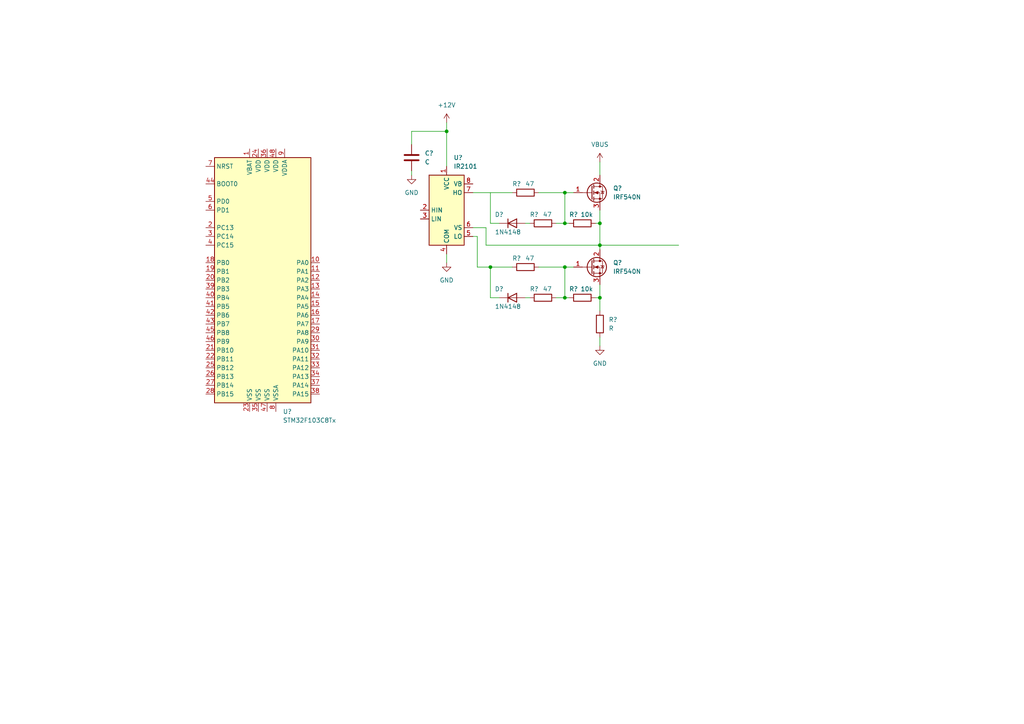
<source format=kicad_sch>
(kicad_sch (version 20211123) (generator eeschema)
  (paper "A4")
  (lib_symbols
    (symbol "Device:C" (pin_numbers hide) (pin_names (offset 0.254))
      (property "Reference" "C" (at 0.635 2.54 0))
      (property "Value" "C" (at 0.635 -2.54 0))
      (symbol "C_0_1"
        (polyline (pts (xy -2.032 -0.762) (xy 2.032 -0.762)) (stroke (width 0.508)))
        (polyline (pts (xy -2.032 0.762) (xy 2.032 0.762)) (stroke (width 0.508)))
      )
      (symbol "C_1_1"
        (pin passive line (at 0 3.81 270) (length 2.794) (name "~") (number "1"))
        (pin passive line (at 0 -3.81 90) (length 2.794) (name "~") (number "2"))
      )
    )
    (symbol "Device:R" (pin_numbers hide) (pin_names (offset 0))
      (property "Reference" "R" (at 2.032 0 90))
      (property "Value" "R" (at 0 0 90))
      (symbol "R_0_1"
        (rectangle (start -1.016 -2.54) (end 1.016 2.54) (stroke (width 0.254)))
      )
      (symbol "R_1_1"
        (pin passive line (at 0 3.81 270) (length 1.27) (name "~") (number "1"))
        (pin passive line (at 0 -3.81 90) (length 1.27) (name "~") (number "2"))
      )
    )
    (symbol "Diode:1N4148" (pin_numbers hide) (pin_names (offset 1.016) hide)
      (property "Reference" "D" (at 0 2.54 0))
      (property "Value" "1N4148" (at 0 -2.54 0))
      (symbol "1N4148_0_1"
        (polyline (pts (xy -1.27 1.27) (xy -1.27 -1.27)) (stroke (width 0.254)))
        (polyline (pts (xy 1.27 0) (xy -1.27 0)))
        (polyline (pts (xy 1.27 1.27) (xy 1.27 -1.27) (xy -1.27 0) (xy 1.27 1.27)) (stroke (width 0.254)))
      )
      (symbol "1N4148_1_1"
        (pin passive line (at -3.81 0 0) (length 2.54) (name "K") (number "1"))
        (pin passive line (at 3.81 0 180) (length 2.54) (name "A") (number "2"))
      )
    )
    (symbol "Driver_FET:IR2101"
      (property "Reference" "U" (at 1.27 13.335 0))
      (property "Value" "IR2101" (at 1.27 11.43 0))
      (symbol "IR2101_0_1"
        (rectangle (start -5.08 -10.16) (end 5.08 10.16) (stroke (width 0.254)) (fill (type background)))
      )
      (symbol "IR2101_1_1"
        (pin power_in line (at 0 12.7 270) (length 2.54) (name "VCC") (number "1"))
        (pin input line (at -7.62 0 0) (length 2.54) (name "HIN") (number "2"))
        (pin input line (at -7.62 -2.54 0) (length 2.54) (name "LIN") (number "3"))
        (pin power_in line (at 0 -12.7 90) (length 2.54) (name "COM") (number "4"))
        (pin output line (at 7.62 -7.62 180) (length 2.54) (name "LO") (number "5"))
        (pin passive line (at 7.62 -5.08 180) (length 2.54) (name "VS") (number "6"))
        (pin output line (at 7.62 5.08 180) (length 2.54) (name "HO") (number "7"))
        (pin passive line (at 7.62 7.62 180) (length 2.54) (name "VB") (number "8"))
      )
    )
    (symbol "MCU_ST_STM32F1:STM32F103C8Tx"
      (property "Reference" "U" (at -15.24 36.83 0))
      (property "Value" "STM32F103C8Tx" (at 7.62 36.83 0))
      (symbol "STM32F103C8Tx_0_1"
        (rectangle (start -15.24 -35.56) (end 12.7 35.56) (stroke (width 0.254)) (fill (type background)))
      )
      (symbol "STM32F103C8Tx_1_1"
        (pin power_in line (at -5.08 38.1 270) (length 2.54) (name "VBAT") (number "1"))
        (pin bidirectional line (at 15.24 5.08 180) (length 2.54) (name "PA0") (number "10"))
        (pin bidirectional line (at 15.24 2.54 180) (length 2.54) (name "PA1") (number "11"))
        (pin bidirectional line (at 15.24 0 180) (length 2.54) (name "PA2") (number "12"))
        (pin bidirectional line (at 15.24 -2.54 180) (length 2.54) (name "PA3") (number "13"))
        (pin bidirectional line (at 15.24 -5.08 180) (length 2.54) (name "PA4") (number "14"))
        (pin bidirectional line (at 15.24 -7.62 180) (length 2.54) (name "PA5") (number "15"))
        (pin bidirectional line (at 15.24 -10.16 180) (length 2.54) (name "PA6") (number "16"))
        (pin bidirectional line (at 15.24 -12.7 180) (length 2.54) (name "PA7") (number "17"))
        (pin bidirectional line (at -17.78 5.08 0) (length 2.54) (name "PB0") (number "18"))
        (pin bidirectional line (at -17.78 2.54 0) (length 2.54) (name "PB1") (number "19"))
        (pin bidirectional line (at -17.78 15.24 0) (length 2.54) (name "PC13") (number "2"))
        (pin bidirectional line (at -17.78 0 0) (length 2.54) (name "PB2") (number "20"))
        (pin bidirectional line (at -17.78 -20.32 0) (length 2.54) (name "PB10") (number "21"))
        (pin bidirectional line (at -17.78 -22.86 0) (length 2.54) (name "PB11") (number "22"))
        (pin power_in line (at -5.08 -38.1 90) (length 2.54) (name "VSS") (number "23"))
        (pin power_in line (at -2.54 38.1 270) (length 2.54) (name "VDD") (number "24"))
        (pin bidirectional line (at -17.78 -25.4 0) (length 2.54) (name "PB12") (number "25"))
        (pin bidirectional line (at -17.78 -27.94 0) (length 2.54) (name "PB13") (number "26"))
        (pin bidirectional line (at -17.78 -30.48 0) (length 2.54) (name "PB14") (number "27"))
        (pin bidirectional line (at -17.78 -33.02 0) (length 2.54) (name "PB15") (number "28"))
        (pin bidirectional line (at 15.24 -15.24 180) (length 2.54) (name "PA8") (number "29"))
        (pin bidirectional line (at -17.78 12.7 0) (length 2.54) (name "PC14") (number "3"))
        (pin bidirectional line (at 15.24 -17.78 180) (length 2.54) (name "PA9") (number "30"))
        (pin bidirectional line (at 15.24 -20.32 180) (length 2.54) (name "PA10") (number "31"))
        (pin bidirectional line (at 15.24 -22.86 180) (length 2.54) (name "PA11") (number "32"))
        (pin bidirectional line (at 15.24 -25.4 180) (length 2.54) (name "PA12") (number "33"))
        (pin bidirectional line (at 15.24 -27.94 180) (length 2.54) (name "PA13") (number "34"))
        (pin power_in line (at -2.54 -38.1 90) (length 2.54) (name "VSS") (number "35"))
        (pin power_in line (at 0 38.1 270) (length 2.54) (name "VDD") (number "36"))
        (pin bidirectional line (at 15.24 -30.48 180) (length 2.54) (name "PA14") (number "37"))
        (pin bidirectional line (at 15.24 -33.02 180) (length 2.54) (name "PA15") (number "38"))
        (pin bidirectional line (at -17.78 -2.54 0) (length 2.54) (name "PB3") (number "39"))
        (pin bidirectional line (at -17.78 10.16 0) (length 2.54) (name "PC15") (number "4"))
        (pin bidirectional line (at -17.78 -5.08 0) (length 2.54) (name "PB4") (number "40"))
        (pin bidirectional line (at -17.78 -7.62 0) (length 2.54) (name "PB5") (number "41"))
        (pin bidirectional line (at -17.78 -10.16 0) (length 2.54) (name "PB6") (number "42"))
        (pin bidirectional line (at -17.78 -12.7 0) (length 2.54) (name "PB7") (number "43"))
        (pin input line (at -17.78 27.94 0) (length 2.54) (name "BOOT0") (number "44"))
        (pin bidirectional line (at -17.78 -15.24 0) (length 2.54) (name "PB8") (number "45"))
        (pin bidirectional line (at -17.78 -17.78 0) (length 2.54) (name "PB9") (number "46"))
        (pin power_in line (at 0 -38.1 90) (length 2.54) (name "VSS") (number "47"))
        (pin power_in line (at 2.54 38.1 270) (length 2.54) (name "VDD") (number "48"))
        (pin input line (at -17.78 22.86 0) (length 2.54) (name "PD0") (number "5"))
        (pin input line (at -17.78 20.32 0) (length 2.54) (name "PD1") (number "6"))
        (pin input line (at -17.78 33.02 0) (length 2.54) (name "NRST") (number "7"))
        (pin power_in line (at 2.54 -38.1 90) (length 2.54) (name "VSSA") (number "8"))
        (pin power_in line (at 5.08 38.1 270) (length 2.54) (name "VDDA") (number "9"))
      )
    )
    (symbol "Transistor_FET:IRF540N" (pin_names hide)
      (property "Reference" "Q" (at 6.35 1.905 0))
      (property "Value" "IRF540N" (at 6.35 0 0))
      (symbol "IRF540N_0_1"
        (polyline (pts (xy 0.254 0) (xy -2.54 0)))
        (polyline (pts (xy 0.254 1.905) (xy 0.254 -1.905)) (stroke (width 0.254)))
        (polyline (pts (xy 0.762 -1.27) (xy 0.762 -2.286)) (stroke (width 0.254)))
        (polyline (pts (xy 0.762 0.508) (xy 0.762 -0.508)) (stroke (width 0.254)))
        (polyline (pts (xy 0.762 2.286) (xy 0.762 1.27)) (stroke (width 0.254)))
        (polyline (pts (xy 2.54 2.54) (xy 2.54 1.778)))
        (polyline (pts (xy 2.54 -2.54) (xy 2.54 0) (xy 0.762 0)))
        (polyline (pts (xy 0.762 -1.778) (xy 3.302 -1.778) (xy 3.302 1.778) (xy 0.762 1.778)))
        (polyline (pts (xy 1.016 0) (xy 2.032 0.381) (xy 2.032 -0.381) (xy 1.016 0)) (fill (type outline)))
        (polyline (pts (xy 2.794 0.508) (xy 2.921 0.381) (xy 3.683 0.381) (xy 3.81 0.254)))
        (polyline (pts (xy 3.302 0.381) (xy 2.921 -0.254) (xy 3.683 -0.254) (xy 3.302 0.381)))
        (circle (center 1.651 0) (radius 2.794) (stroke (width 0.254)))
        (circle (center 2.54 -1.778) (radius 0.254) (fill (type outline)))
        (circle (center 2.54 1.778) (radius 0.254) (fill (type outline)))
      )
      (symbol "IRF540N_1_1"
        (pin input line (at -5.08 0 0) (length 2.54) (name "G") (number "1"))
        (pin passive line (at 2.54 5.08 270) (length 2.54) (name "D") (number "2"))
        (pin passive line (at 2.54 -5.08 90) (length 2.54) (name "S") (number "3"))
      )
    )
    (symbol "power:+12V" (power) (pin_names (offset 0))
      (property "Value" "+12V" (at 0 3.556 0))
      (symbol "+12V_0_1"
        (polyline (pts (xy -0.762 1.27) (xy 0 2.54)))
        (polyline (pts (xy 0 0) (xy 0 2.54)))
        (polyline (pts (xy 0 2.54) (xy 0.762 1.27)))
      )
      (symbol "+12V_1_1"
        (pin power_in line (at 0 0 90) (length 0) hide (name "+12V") (number "1"))
      )
    )
    (symbol "power:GND" (power) (pin_names (offset 0))
      (property "Value" "GND" (at 0 -3.81 0))
      (symbol "GND_0_1"
        (polyline (pts (xy 0 0) (xy 0 -1.27) (xy 1.27 -1.27) (xy 0 -2.54) (xy -1.27 -1.27) (xy 0 -1.27)))
      )
      (symbol "GND_1_1"
        (pin power_in line (at 0 0 270) (length 0) hide (name "GND") (number "1"))
      )
    )
    (symbol "power:VBUS" (power) (pin_names (offset 0))
      (property "Value" "VBUS" (at 0 3.81 0))
      (symbol "VBUS_0_1"
        (polyline (pts (xy -0.762 1.27) (xy 0 2.54)))
        (polyline (pts (xy 0 0) (xy 0 2.54)))
        (polyline (pts (xy 0 2.54) (xy 0.762 1.27)))
      )
      (symbol "VBUS_1_1"
        (pin power_in line (at 0 0 90) (length 0) hide (name "VBUS") (number "1"))
      )
    )
  )
  (junction (at 173.99 64.77))
  (junction (at 129.54 38.1))
  (junction (at 163.83 77.47))
  (junction (at 163.83 86.36))
  (junction (at 173.99 71.12))
  (junction (at 163.83 55.88))
  (junction (at 163.83 64.77))
  (junction (at 142.24 77.47))
  (junction (at 173.99 86.36))
  (wire (pts (xy 138.43 68.58) (xy 138.43 77.47)))
  (wire (pts (xy 129.54 38.1) (xy 119.38 38.1)))
  (wire (pts (xy 129.54 73.66) (xy 129.54 76.2)))
  (wire (pts (xy 172.72 86.36) (xy 173.99 86.36)))
  (wire (pts (xy 144.78 86.36) (xy 142.24 86.36)))
  (wire (pts (xy 152.4 86.36) (xy 153.67 86.36)))
  (wire (pts (xy 119.38 49.53) (xy 119.38 50.8)))
  (wire (pts (xy 156.21 55.88) (xy 163.83 55.88)))
  (wire (pts (xy 161.29 64.77) (xy 163.83 64.77)))
  (wire (pts (xy 173.99 46.99) (xy 173.99 50.8)))
  (wire (pts (xy 142.24 55.88) (xy 142.24 64.77)))
  (wire (pts (xy 144.78 64.77) (xy 142.24 64.77)))
  (wire (pts (xy 163.83 77.47) (xy 163.83 86.36)))
  (wire (pts (xy 156.21 77.47) (xy 163.83 77.47)))
  (wire (pts (xy 163.83 64.77) (xy 165.1 64.77)))
  (wire (pts (xy 119.38 38.1) (xy 119.38 41.91)))
  (wire (pts (xy 163.83 55.88) (xy 166.37 55.88)))
  (wire (pts (xy 173.99 60.96) (xy 173.99 64.77)))
  (wire (pts (xy 173.99 97.79) (xy 173.99 100.33)))
  (wire (pts (xy 172.72 64.77) (xy 173.99 64.77)))
  (wire (pts (xy 173.99 82.55) (xy 173.99 86.36)))
  (wire (pts (xy 152.4 64.77) (xy 153.67 64.77)))
  (wire (pts (xy 140.97 71.12) (xy 173.99 71.12)))
  (wire (pts (xy 142.24 77.47) (xy 142.24 86.36)))
  (wire (pts (xy 161.29 86.36) (xy 163.83 86.36)))
  (wire (pts (xy 137.16 68.58) (xy 138.43 68.58)))
  (wire (pts (xy 163.83 86.36) (xy 165.1 86.36)))
  (wire (pts (xy 137.16 66.04) (xy 140.97 66.04)))
  (wire (pts (xy 163.83 77.47) (xy 166.37 77.47)))
  (wire (pts (xy 173.99 71.12) (xy 173.99 72.39)))
  (wire (pts (xy 140.97 66.04) (xy 140.97 71.12)))
  (wire (pts (xy 173.99 86.36) (xy 173.99 90.17)))
  (wire (pts (xy 173.99 64.77) (xy 173.99 71.12)))
  (wire (pts (xy 142.24 77.47) (xy 148.59 77.47)))
  (wire (pts (xy 129.54 35.56) (xy 129.54 38.1)))
  (wire (pts (xy 173.99 71.12) (xy 196.85 71.12)))
  (wire (pts (xy 129.54 48.26) (xy 129.54 38.1)))
  (wire (pts (xy 137.16 55.88) (xy 148.59 55.88)))
  (wire (pts (xy 138.43 77.47) (xy 142.24 77.47)))
  (wire (pts (xy 163.83 55.88) (xy 163.83 64.77)))
  (symbol (lib_id "Device:R") (at 152.4 77.47 90) (unit 1)
    (property "Reference" "R?" (at 149.86 74.93 90))
    (property "Value" "47" (at 153.67 74.93 90))
  )
  (symbol (lib_id "Device:R") (at 152.4 55.88 90) (unit 1)
    (property "Reference" "R?" (at 149.86 53.34 90))
    (property "Value" "47" (at 153.67 53.34 90))
  )
  (symbol (lib_id "Device:R") (at 173.99 93.98 0) (unit 1)
    (property "Reference" "R?" (at 176.53 92.7099 0) (effects (justify left)))
    (property "Value" "R" (at 176.53 95.2499 0) (effects (justify left)))
  )
  (symbol (lib_id "Transistor_FET:IRF540N") (at 171.45 55.88 0) (unit 1)
    (property "Reference" "Q?" (at 177.8 54.6099 0) (effects (justify left)))
    (property "Value" "IRF540N" (at 177.8 57.1499 0) (effects (justify left)))
    (property "Footprint" "Package_TO_SOT_THT:TO-220-3_Vertical" (effects hide))
    (property "Datasheet" "http://www.irf.com/product-info/datasheets/data/irf540n.pdf" (effects hide))
  )
  (symbol (lib_id "Diode:1N4148") (at 148.59 86.36 0) (unit 1)
    (property "Reference" "D?" (at 144.78 83.82 0))
    (property "Value" "1N4148" (at 147.32 88.9 0))
    (property "Footprint" "Diode_THT:D_DO-35_SOD27_P7.62mm_Horizontal" (effects hide))
    (property "Datasheet" "https://assets.nexperia.com/documents/data-sheet/1N4148_1N4448.pdf" (effects hide))
  )
  (symbol (lib_id "power:GND") (at 129.54 76.2 0) (unit 1)
    (property "Reference" "#PWR?" (effects hide))
    (property "Value" "GND" (at 129.54 81.28 0))
  )
  (symbol (lib_id "Transistor_FET:IRF540N") (at 171.45 77.47 0) (unit 1)
    (property "Reference" "Q?" (at 177.8 76.1999 0) (effects (justify left)))
    (property "Value" "IRF540N" (at 177.8 78.7399 0) (effects (justify left)))
    (property "Footprint" "Package_TO_SOT_THT:TO-220-3_Vertical" (effects hide))
    (property "Datasheet" "http://www.irf.com/product-info/datasheets/data/irf540n.pdf" (effects hide))
  )
  (symbol (lib_id "Device:R") (at 157.48 86.36 90) (unit 1)
    (property "Reference" "R?" (at 154.94 83.82 90))
    (property "Value" "47" (at 158.75 83.82 90))
  )
  (symbol (lib_id "power:GND") (at 119.38 50.8 0) (unit 1)
    (property "Reference" "#PWR?" (effects hide))
    (property "Value" "GND" (at 119.38 55.88 0))
  )
  (symbol (lib_id "MCU_ST_STM32F1:STM32F103C8Tx") (at 77.47 81.28 0) (unit 1)
    (property "Reference" "U?" (at 82.0294 119.38 0) (effects (justify left)))
    (property "Value" "STM32F103C8Tx" (at 82.0294 121.92 0) (effects (justify left)))
    (property "Footprint" "Package_QFP:LQFP-48_7x7mm_P0.5mm" (effects hide))
    (property "Datasheet" "http://www.st.com/st-web-ui/static/active/en/resource/technical/document/datasheet/CD00161566.pdf" (effects hide))
  )
  (symbol (lib_id "Device:R") (at 168.91 64.77 90) (unit 1)
    (property "Reference" "R?" (at 166.37 62.23 90))
    (property "Value" "10k" (at 170.18 62.23 90))
  )
  (symbol (lib_id "power:+12V") (at 129.54 35.56 0) (unit 1)
    (property "Reference" "#PWR?" (effects hide))
    (property "Value" "+12V" (at 129.54 30.48 0))
  )
  (symbol (lib_id "Driver_FET:IR2101") (at 129.54 60.96 0) (unit 1)
    (property "Reference" "U?" (at 131.5594 45.72 0) (effects (justify left)))
    (property "Value" "IR2101" (at 131.5594 48.26 0) (effects (justify left)))
    (property "Datasheet" "https://www.infineon.com/dgdl/ir2101.pdf?fileId=5546d462533600a4015355c7a755166c" (effects hide))
  )
  (symbol (lib_id "power:VBUS") (at 173.99 46.99 0) (unit 1)
    (property "Reference" "#PWR?" (effects hide))
    (property "Value" "VBUS" (at 173.99 41.91 0))
  )
  (symbol (lib_id "Diode:1N4148") (at 148.59 64.77 0) (unit 1)
    (property "Reference" "D?" (at 144.78 62.23 0))
    (property "Value" "1N4148" (at 147.32 67.31 0))
    (property "Footprint" "Diode_THT:D_DO-35_SOD27_P7.62mm_Horizontal" (effects hide))
    (property "Datasheet" "https://assets.nexperia.com/documents/data-sheet/1N4148_1N4448.pdf" (effects hide))
  )
  (symbol (lib_id "Device:R") (at 168.91 86.36 90) (unit 1)
    (property "Reference" "R?" (at 166.37 83.82 90))
    (property "Value" "10k" (at 170.18 83.82 90))
  )
  (symbol (lib_id "Device:C") (at 119.38 45.72 0) (unit 1)
    (property "Reference" "C?" (at 123.19 44.4499 0) (effects (justify left)))
    (property "Value" "C" (at 123.19 46.9899 0) (effects (justify left)))
  )
  (symbol (lib_id "Device:R") (at 157.48 64.77 90) (unit 1)
    (property "Reference" "R?" (at 154.94 62.23 90))
    (property "Value" "47" (at 158.75 62.23 90))
  )
  (symbol (lib_id "power:GND") (at 173.99 100.33 0) (unit 1)
    (property "Reference" "#PWR?" (effects hide))
    (property "Value" "GND" (at 173.99 105.41 0))
  )
)
</source>
